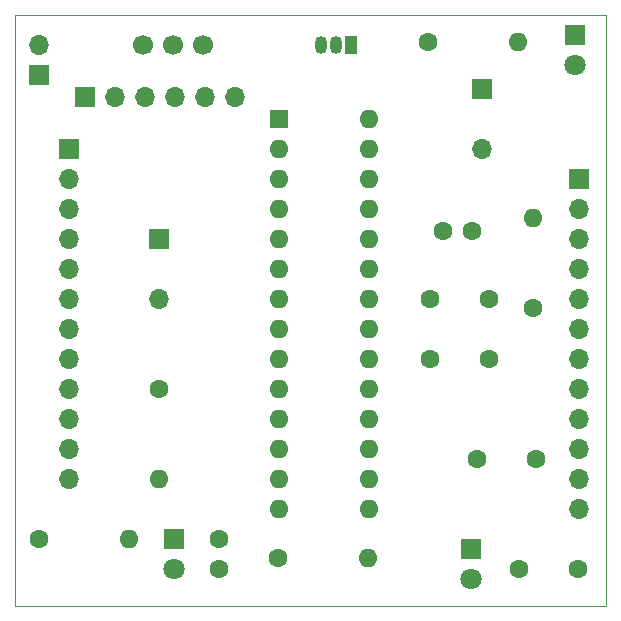
<source format=gbr>
%TF.GenerationSoftware,KiCad,Pcbnew,7.0.1*%
%TF.CreationDate,2023-04-17T16:28:37-05:00*%
%TF.ProjectId,MechCirc,4d656368-4369-4726-932e-6b696361645f,rev?*%
%TF.SameCoordinates,Original*%
%TF.FileFunction,Soldermask,Bot*%
%TF.FilePolarity,Negative*%
%FSLAX46Y46*%
G04 Gerber Fmt 4.6, Leading zero omitted, Abs format (unit mm)*
G04 Created by KiCad (PCBNEW 7.0.1) date 2023-04-17 16:28:37*
%MOMM*%
%LPD*%
G01*
G04 APERTURE LIST*
%ADD10C,1.600000*%
%ADD11O,1.600000X1.600000*%
%ADD12C,1.700000*%
%ADD13R,1.800000X1.800000*%
%ADD14C,1.800000*%
%ADD15R,1.700000X1.700000*%
%ADD16O,1.700000X1.700000*%
%ADD17R,1.600000X1.600000*%
%ADD18R,1.050000X1.500000*%
%ADD19O,1.050000X1.500000*%
%TA.AperFunction,Profile*%
%ADD20C,0.100000*%
%TD*%
G04 APERTURE END LIST*
D10*
%TO.C,R4*%
X147262530Y-120983024D03*
D11*
X154882530Y-120983024D03*
%TD*%
D10*
%TO.C,C4*%
X161183757Y-93282140D03*
X163683757Y-93282140D03*
%TD*%
%TO.C,R2*%
X127000000Y-119380000D03*
D11*
X134620000Y-119380000D03*
%TD*%
D10*
%TO.C,R5*%
X168782230Y-99796856D03*
D11*
X168782230Y-92176856D03*
%TD*%
D12*
%TO.C,SW1*%
X140846981Y-77553563D03*
X138306981Y-77553563D03*
X135766981Y-77553563D03*
%TD*%
D13*
%TO.C,D2*%
X138423898Y-119385739D03*
D14*
X138423898Y-121925739D03*
%TD*%
D15*
%TO.C,SW2*%
X137160000Y-93980000D03*
D16*
X137160000Y-99060000D03*
%TD*%
D13*
%TO.C,D1*%
X172384298Y-76720048D03*
D14*
X172384298Y-79260048D03*
%TD*%
D15*
%TO.C,J2*%
X130877068Y-81973639D03*
D16*
X133417068Y-81973639D03*
X135957068Y-81973639D03*
X138497068Y-81973639D03*
X141037068Y-81973639D03*
X143577068Y-81973639D03*
%TD*%
D17*
%TO.C,U2*%
X147320000Y-83820000D03*
D11*
X147320000Y-86360000D03*
X147320000Y-88900000D03*
X147320000Y-91440000D03*
X147320000Y-93980000D03*
X147320000Y-96520000D03*
X147320000Y-99060000D03*
X147320000Y-101600000D03*
X147320000Y-104140000D03*
X147320000Y-106680000D03*
X147320000Y-109220000D03*
X147320000Y-111760000D03*
X147320000Y-114300000D03*
X147320000Y-116840000D03*
X154940000Y-116840000D03*
X154940000Y-114300000D03*
X154940000Y-111760000D03*
X154940000Y-109220000D03*
X154940000Y-106680000D03*
X154940000Y-104140000D03*
X154940000Y-101600000D03*
X154940000Y-99060000D03*
X154940000Y-96520000D03*
X154940000Y-93980000D03*
X154940000Y-91440000D03*
X154940000Y-88900000D03*
X154940000Y-86360000D03*
X154940000Y-83820000D03*
%TD*%
D10*
%TO.C,C1*%
X164083952Y-112565539D03*
X169083952Y-112565539D03*
%TD*%
D18*
%TO.C,U1*%
X153407105Y-77565043D03*
D19*
X152137105Y-77565043D03*
X150867105Y-77565043D03*
%TD*%
D10*
%TO.C,R1*%
X159914297Y-77268337D03*
D11*
X167534297Y-77268337D03*
%TD*%
D10*
%TO.C,C5*%
X165100000Y-104140000D03*
X160100000Y-104140000D03*
%TD*%
%TO.C,R3*%
X137160000Y-106680000D03*
D11*
X137160000Y-114300000D03*
%TD*%
D15*
%TO.C,J3*%
X129540000Y-86360000D03*
D16*
X129540000Y-88900000D03*
X129540000Y-91440000D03*
X129540000Y-93980000D03*
X129540000Y-96520000D03*
X129540000Y-99060000D03*
X129540000Y-101600000D03*
X129540000Y-104140000D03*
X129540000Y-106680000D03*
X129540000Y-109220000D03*
X129540000Y-111760000D03*
X129540000Y-114300000D03*
%TD*%
D10*
%TO.C,C2*%
X172640000Y-121920000D03*
X167640000Y-121920000D03*
%TD*%
D13*
%TO.C,D3*%
X163567105Y-120174783D03*
D14*
X163567105Y-122714783D03*
%TD*%
D10*
%TO.C,C3*%
X160100000Y-99060000D03*
X165100000Y-99060000D03*
%TD*%
D15*
%TO.C,J4*%
X172720000Y-88900000D03*
D16*
X172720000Y-91440000D03*
X172720000Y-93980000D03*
X172720000Y-96520000D03*
X172720000Y-99060000D03*
X172720000Y-101600000D03*
X172720000Y-104140000D03*
X172720000Y-106680000D03*
X172720000Y-109220000D03*
X172720000Y-111760000D03*
X172720000Y-114300000D03*
X172720000Y-116840000D03*
%TD*%
D15*
%TO.C,J1*%
X127000000Y-80091586D03*
D16*
X127000000Y-77551586D03*
%TD*%
D15*
%TO.C,SW3*%
X164492794Y-81254798D03*
D16*
X164492794Y-86334798D03*
%TD*%
D10*
%TO.C,C7*%
X142240000Y-119380000D03*
X142240000Y-121880000D03*
%TD*%
D20*
X175000000Y-125000000D02*
X125000000Y-125000000D01*
X175000000Y-75000000D02*
X175000000Y-125000000D01*
X125000000Y-75000000D02*
X175000000Y-75000000D01*
X125000000Y-125000000D02*
X125000000Y-75000000D01*
M02*

</source>
